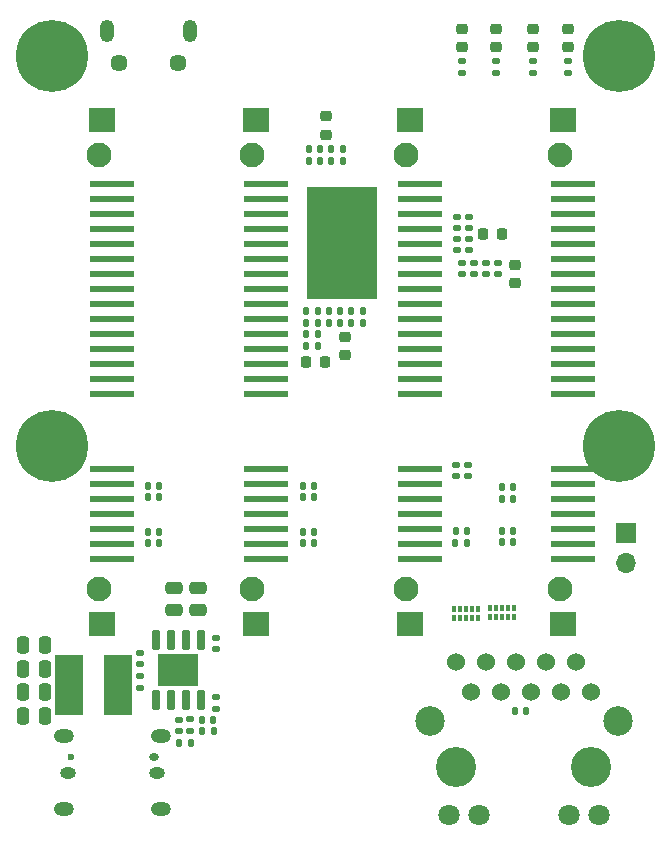
<source format=gbr>
%TF.GenerationSoftware,KiCad,Pcbnew,(5.99.0-8910-g624a231cc0)*%
%TF.CreationDate,2021-03-02T10:35:16+01:00*%
%TF.ProjectId,MainBoard,4d61696e-426f-4617-9264-2e6b69636164,rev?*%
%TF.SameCoordinates,PXa344e00PY7102aa0*%
%TF.FileFunction,Soldermask,Bot*%
%TF.FilePolarity,Negative*%
%FSLAX46Y46*%
G04 Gerber Fmt 4.6, Leading zero omitted, Abs format (unit mm)*
G04 Created by KiCad (PCBNEW (5.99.0-8910-g624a231cc0)) date 2021-03-02 10:35:16*
%MOMM*%
%LPD*%
G01*
G04 APERTURE LIST*
G04 Aperture macros list*
%AMRoundRect*
0 Rectangle with rounded corners*
0 $1 Rounding radius*
0 $2 $3 $4 $5 $6 $7 $8 $9 X,Y pos of 4 corners*
0 Add a 4 corners polygon primitive as box body*
4,1,4,$2,$3,$4,$5,$6,$7,$8,$9,$2,$3,0*
0 Add four circle primitives for the rounded corners*
1,1,$1+$1,$2,$3*
1,1,$1+$1,$4,$5*
1,1,$1+$1,$6,$7*
1,1,$1+$1,$8,$9*
0 Add four rect primitives between the rounded corners*
20,1,$1+$1,$2,$3,$4,$5,0*
20,1,$1+$1,$4,$5,$6,$7,0*
20,1,$1+$1,$6,$7,$8,$9,0*
20,1,$1+$1,$8,$9,$2,$3,0*%
%AMOutline4P*
0 Free polygon, 4 corners , with rotation*
0 The origin of the aperture is its center*
0 number of corners: always 4*
0 $1 to $8 corner X, Y*
0 $9 Rotation angle, in degrees counterclockwise*
0 create outline with 4 corners*
4,1,4,$1,$2,$3,$4,$5,$6,$7,$8,$1,$2,$9*%
G04 Aperture macros list end*
%ADD10R,1.700000X1.700000*%
%ADD11O,1.700000X1.700000*%
%ADD12O,1.200000X1.900000*%
%ADD13C,1.450000*%
%ADD14C,3.400000*%
%ADD15C,1.524000*%
%ADD16C,1.800000*%
%ADD17C,2.500000*%
%ADD18C,6.100000*%
%ADD19C,0.600000*%
%ADD20O,0.850000X0.600000*%
%ADD21O,1.700000X1.200000*%
%ADD22O,1.350000X0.950000*%
%ADD23R,6.000000X9.500000*%
%ADD24RoundRect,0.135000X-0.185000X0.135000X-0.185000X-0.135000X0.185000X-0.135000X0.185000X0.135000X0*%
%ADD25RoundRect,0.218750X0.256250X-0.218750X0.256250X0.218750X-0.256250X0.218750X-0.256250X-0.218750X0*%
%ADD26RoundRect,0.218750X0.218750X0.256250X-0.218750X0.256250X-0.218750X-0.256250X0.218750X-0.256250X0*%
%ADD27R,0.300000X0.550000*%
%ADD28R,0.400000X0.550000*%
%ADD29RoundRect,0.140000X0.140000X0.170000X-0.140000X0.170000X-0.140000X-0.170000X0.140000X-0.170000X0*%
%ADD30C,2.100000*%
%ADD31R,3.800000X0.600000*%
%ADD32Outline4P,-1.050000X-1.100000X1.050000X-1.100000X1.050000X1.100000X-1.050000X1.100000X90.000000*%
%ADD33RoundRect,0.250000X-0.475000X0.250000X-0.475000X-0.250000X0.475000X-0.250000X0.475000X0.250000X0*%
%ADD34RoundRect,0.250000X-0.250000X-0.475000X0.250000X-0.475000X0.250000X0.475000X-0.250000X0.475000X0*%
%ADD35RoundRect,0.140000X-0.140000X-0.170000X0.140000X-0.170000X0.140000X0.170000X-0.140000X0.170000X0*%
%ADD36RoundRect,0.135000X0.185000X-0.135000X0.185000X0.135000X-0.185000X0.135000X-0.185000X-0.135000X0*%
%ADD37RoundRect,0.135000X0.135000X0.185000X-0.135000X0.185000X-0.135000X-0.185000X0.135000X-0.185000X0*%
%ADD38RoundRect,0.140000X0.170000X-0.140000X0.170000X0.140000X-0.170000X0.140000X-0.170000X-0.140000X0*%
%ADD39RoundRect,0.218750X-0.256250X0.218750X-0.256250X-0.218750X0.256250X-0.218750X0.256250X0.218750X0*%
%ADD40RoundRect,0.140000X-0.170000X0.140000X-0.170000X-0.140000X0.170000X-0.140000X0.170000X0.140000X0*%
%ADD41R,2.350000X5.100000*%
%ADD42R,3.400000X2.710000*%
%ADD43RoundRect,0.150000X-0.150000X0.737500X-0.150000X-0.737500X0.150000X-0.737500X0.150000X0.737500X0*%
G04 APERTURE END LIST*
D10*
%TO.C,J6*%
X52170000Y26075000D03*
D11*
X52170000Y23535000D03*
%TD*%
D12*
%TO.C,J7*%
X15270000Y68547500D03*
D13*
X9270000Y65847500D03*
D12*
X8270000Y68547500D03*
D13*
X14270000Y65847500D03*
%TD*%
D14*
%TO.C,U3*%
X49250000Y6300000D03*
X37820000Y6300000D03*
D15*
X37820000Y15190000D03*
X39090000Y12650000D03*
X40360000Y15190000D03*
X41630000Y12650000D03*
X42900000Y15190000D03*
X44170000Y12650000D03*
X45440000Y15190000D03*
X46710000Y12650000D03*
X47980000Y15190000D03*
X49250000Y12650000D03*
D16*
X37210000Y2190000D03*
X39750000Y2190000D03*
X47320000Y2190000D03*
X49860000Y2190000D03*
D17*
X35610000Y10190000D03*
X51460000Y10190000D03*
%TD*%
D18*
%TO.C,Module1*%
X51580000Y33490000D03*
X51580000Y66490000D03*
X3580000Y33490000D03*
X3580000Y66490000D03*
%TD*%
D19*
%TO.C,J1*%
X5200000Y7150000D03*
D20*
X12200000Y7150000D03*
D21*
X12800000Y8870000D03*
X4600000Y2730000D03*
D22*
X4925000Y5800000D03*
D21*
X4600000Y8870000D03*
X12800000Y2730000D03*
D22*
X12475000Y5800000D03*
%TD*%
D23*
%TO.C,U4*%
X28150000Y50660000D03*
%TD*%
D24*
%TO.C,R8*%
X38300000Y66010000D03*
X38300000Y64990000D03*
%TD*%
D25*
%TO.C,FB3*%
X42800000Y47212500D03*
X42800000Y48787500D03*
%TD*%
D26*
%TO.C,FB2*%
X41687500Y51400000D03*
X40112500Y51400000D03*
%TD*%
D27*
%TO.C,U1*%
X42670000Y18955000D03*
X42170000Y18955000D03*
D28*
X41670000Y18955000D03*
D27*
X41170000Y18955000D03*
X40670000Y18955000D03*
X40670000Y19725000D03*
X41170000Y19725000D03*
D28*
X41670000Y19725000D03*
D27*
X42170000Y19725000D03*
X42670000Y19725000D03*
%TD*%
D29*
%TO.C,C41*%
X26280000Y57600000D03*
X25320000Y57600000D03*
%TD*%
D30*
%TO.C,J2*%
X46550000Y58130000D03*
X46550000Y21330000D03*
D31*
X47700000Y23855000D03*
X47700000Y25125000D03*
X47700000Y26395000D03*
X47700000Y27665000D03*
X47700000Y28935000D03*
X47700000Y30205000D03*
X47700000Y31475000D03*
X47700000Y37825000D03*
X47700000Y39095000D03*
X47700000Y40365000D03*
X47700000Y41635000D03*
X47700000Y42905000D03*
X47700000Y44175000D03*
X47700000Y45445000D03*
X47700000Y46715000D03*
X47700000Y47985000D03*
X47700000Y49255000D03*
X47700000Y50525000D03*
X47700000Y51795000D03*
X47700000Y53065000D03*
X47700000Y54335000D03*
X47700000Y55605000D03*
D32*
X46850000Y61080000D03*
X46850000Y18380000D03*
%TD*%
D29*
%TO.C,C1*%
X43700000Y11000000D03*
X42740000Y11000000D03*
%TD*%
D24*
%TO.C,R6*%
X44300000Y66010000D03*
X44300000Y64990000D03*
%TD*%
D33*
%TO.C,C75*%
X13870000Y21450000D03*
X13870000Y19550000D03*
%TD*%
D34*
%TO.C,C76*%
X1120000Y12600000D03*
X3020000Y12600000D03*
%TD*%
D29*
%TO.C,C18*%
X42650000Y30020000D03*
X41690000Y30020000D03*
%TD*%
D35*
%TO.C,C17*%
X11690000Y29100000D03*
X12650000Y29100000D03*
%TD*%
%TO.C,C10*%
X11690000Y26200000D03*
X12650000Y26200000D03*
%TD*%
D36*
%TO.C,R21*%
X15300000Y9290000D03*
X15300000Y10310000D03*
%TD*%
D29*
%TO.C,C56*%
X27980000Y44900000D03*
X27020000Y44900000D03*
%TD*%
D35*
%TO.C,C16*%
X24790000Y29100000D03*
X25750000Y29100000D03*
%TD*%
D29*
%TO.C,C80*%
X17250000Y10280000D03*
X16290000Y10280000D03*
%TD*%
D35*
%TO.C,C20*%
X24790000Y30080000D03*
X25750000Y30080000D03*
%TD*%
D25*
%TO.C,FB6*%
X28400000Y41112500D03*
X28400000Y42687500D03*
%TD*%
D35*
%TO.C,C8*%
X37748000Y26234000D03*
X38708000Y26234000D03*
%TD*%
D25*
%TO.C,D1*%
X47300000Y67212500D03*
X47300000Y68787500D03*
%TD*%
%TO.C,D2*%
X44300000Y67212500D03*
X44300000Y68787500D03*
%TD*%
D35*
%TO.C,C21*%
X11690000Y30080000D03*
X12650000Y30080000D03*
%TD*%
%TO.C,C5*%
X24790000Y25200000D03*
X25750000Y25200000D03*
%TD*%
%TO.C,C77*%
X14352000Y8326000D03*
X15312000Y8326000D03*
%TD*%
D37*
%TO.C,R22*%
X17280000Y9280000D03*
X16260000Y9280000D03*
%TD*%
D35*
%TO.C,C48*%
X25120000Y42900000D03*
X26080000Y42900000D03*
%TD*%
D24*
%TO.C,R5*%
X47300000Y66010000D03*
X47300000Y64990000D03*
%TD*%
D38*
%TO.C,C74*%
X14300000Y9320000D03*
X14300000Y10280000D03*
%TD*%
D26*
%TO.C,FB7*%
X26687500Y40600000D03*
X25112500Y40600000D03*
%TD*%
D24*
%TO.C,R23*%
X17440000Y12220000D03*
X17440000Y11200000D03*
%TD*%
D35*
%TO.C,C4*%
X37728000Y25218000D03*
X38688000Y25218000D03*
%TD*%
D39*
%TO.C,FB5*%
X26800000Y61387500D03*
X26800000Y59812500D03*
%TD*%
D40*
%TO.C,C66*%
X11000000Y15960000D03*
X11000000Y15000000D03*
%TD*%
D24*
%TO.C,R20*%
X11000000Y13990000D03*
X11000000Y12970000D03*
%TD*%
D35*
%TO.C,C59*%
X25120000Y41900000D03*
X26080000Y41900000D03*
%TD*%
D41*
%TO.C,L1*%
X9175000Y13200000D03*
X5025000Y13200000D03*
%TD*%
D35*
%TO.C,C6*%
X11690000Y25200000D03*
X12650000Y25200000D03*
%TD*%
D40*
%TO.C,C34*%
X40300000Y48980000D03*
X40300000Y48020000D03*
%TD*%
%TO.C,C39*%
X41300000Y48980000D03*
X41300000Y48020000D03*
%TD*%
%TO.C,C38*%
X38900000Y50980000D03*
X38900000Y50020000D03*
%TD*%
D25*
%TO.C,D3*%
X41170000Y67212500D03*
X41170000Y68787500D03*
%TD*%
D34*
%TO.C,C71*%
X1120000Y14600000D03*
X3020000Y14600000D03*
%TD*%
D25*
%TO.C,D4*%
X38300000Y67212500D03*
X38300000Y68787500D03*
%TD*%
D35*
%TO.C,C9*%
X24790000Y26180000D03*
X25750000Y26180000D03*
%TD*%
%TO.C,C57*%
X25120000Y43900000D03*
X26080000Y43900000D03*
%TD*%
D29*
%TO.C,C14*%
X42650000Y29000000D03*
X41690000Y29000000D03*
%TD*%
D30*
%TO.C,J3*%
X33550000Y21320000D03*
X33550000Y58120000D03*
D31*
X34700000Y23845000D03*
X34700000Y25115000D03*
X34700000Y26385000D03*
X34700000Y27655000D03*
X34700000Y28925000D03*
X34700000Y30195000D03*
X34700000Y31465000D03*
X34700000Y37815000D03*
X34700000Y39085000D03*
X34700000Y40355000D03*
X34700000Y41625000D03*
X34700000Y42895000D03*
X34700000Y44165000D03*
X34700000Y45435000D03*
X34700000Y46705000D03*
X34700000Y47975000D03*
X34700000Y49245000D03*
X34700000Y50515000D03*
X34700000Y51785000D03*
X34700000Y53055000D03*
X34700000Y54325000D03*
X34700000Y55595000D03*
D32*
X33850000Y18370000D03*
X33850000Y61070000D03*
%TD*%
D27*
%TO.C,U2*%
X39620000Y18915000D03*
X39120000Y18915000D03*
D28*
X38620000Y18915000D03*
D27*
X38120000Y18915000D03*
X37620000Y18915000D03*
X37620000Y19685000D03*
X38120000Y19685000D03*
D28*
X38620000Y19685000D03*
D27*
X39120000Y19685000D03*
X39620000Y19685000D03*
%TD*%
D35*
%TO.C,C47*%
X28920000Y44900000D03*
X29880000Y44900000D03*
%TD*%
D38*
%TO.C,C19*%
X37770000Y30920000D03*
X37770000Y31880000D03*
%TD*%
D35*
%TO.C,C31*%
X27220000Y58600000D03*
X28180000Y58600000D03*
%TD*%
D40*
%TO.C,C29*%
X38300000Y48980000D03*
X38300000Y48020000D03*
%TD*%
D29*
%TO.C,C7*%
X42650000Y26280000D03*
X41690000Y26280000D03*
%TD*%
%TO.C,C58*%
X27980000Y43900000D03*
X27020000Y43900000D03*
%TD*%
D42*
%TO.C,U7*%
X14250000Y14480000D03*
D43*
X12345000Y17042500D03*
X13615000Y17042500D03*
X14885000Y17042500D03*
X16155000Y17042500D03*
X16155000Y11917500D03*
X14885000Y11917500D03*
X13615000Y11917500D03*
X12345000Y11917500D03*
%TD*%
D38*
%TO.C,C28*%
X37900000Y51920000D03*
X37900000Y52880000D03*
%TD*%
D33*
%TO.C,C70*%
X15900000Y21450000D03*
X15900000Y19550000D03*
%TD*%
D34*
%TO.C,C68*%
X1120000Y16600000D03*
X3020000Y16600000D03*
%TD*%
D30*
%TO.C,J4*%
X20550000Y58130000D03*
X20550000Y21330000D03*
D31*
X21700000Y23855000D03*
X21700000Y25125000D03*
X21700000Y26395000D03*
X21700000Y27665000D03*
X21700000Y28935000D03*
X21700000Y30205000D03*
X21700000Y31475000D03*
X21700000Y37825000D03*
X21700000Y39095000D03*
X21700000Y40365000D03*
X21700000Y41635000D03*
X21700000Y42905000D03*
X21700000Y44175000D03*
X21700000Y45445000D03*
X21700000Y46715000D03*
X21700000Y47985000D03*
X21700000Y49255000D03*
X21700000Y50525000D03*
X21700000Y51795000D03*
X21700000Y53065000D03*
X21700000Y54335000D03*
X21700000Y55605000D03*
D32*
X20850000Y61080000D03*
X20850000Y18380000D03*
%TD*%
D38*
%TO.C,C15*%
X38770000Y30920000D03*
X38770000Y31880000D03*
%TD*%
D35*
%TO.C,C26*%
X27220000Y57600000D03*
X28180000Y57600000D03*
%TD*%
%TO.C,C52*%
X28920000Y43900000D03*
X29880000Y43900000D03*
%TD*%
D29*
%TO.C,C3*%
X42650000Y25300000D03*
X41690000Y25300000D03*
%TD*%
D35*
%TO.C,C53*%
X25120000Y44900000D03*
X26080000Y44900000D03*
%TD*%
D24*
%TO.C,R7*%
X41170000Y66010000D03*
X41170000Y64990000D03*
%TD*%
D38*
%TO.C,C69*%
X17500000Y16250000D03*
X17500000Y17210000D03*
%TD*%
D29*
%TO.C,C36*%
X26280000Y58600000D03*
X25320000Y58600000D03*
%TD*%
D40*
%TO.C,C33*%
X37900000Y50980000D03*
X37900000Y50020000D03*
%TD*%
D34*
%TO.C,C73*%
X1120000Y10600000D03*
X3020000Y10600000D03*
%TD*%
D30*
%TO.C,J5*%
X7540000Y21330000D03*
X7540000Y58130000D03*
D31*
X8690000Y23855000D03*
X8690000Y25125000D03*
X8690000Y26395000D03*
X8690000Y27665000D03*
X8690000Y28935000D03*
X8690000Y30205000D03*
X8690000Y31475000D03*
X8690000Y37825000D03*
X8690000Y39095000D03*
X8690000Y40365000D03*
X8690000Y41635000D03*
X8690000Y42905000D03*
X8690000Y44175000D03*
X8690000Y45445000D03*
X8690000Y46715000D03*
X8690000Y47985000D03*
X8690000Y49255000D03*
X8690000Y50525000D03*
X8690000Y51795000D03*
X8690000Y53065000D03*
X8690000Y54335000D03*
X8690000Y55605000D03*
D32*
X7840000Y18380000D03*
X7840000Y61080000D03*
%TD*%
D40*
%TO.C,C24*%
X39300000Y48980000D03*
X39300000Y48020000D03*
%TD*%
D38*
%TO.C,C23*%
X38900000Y51920000D03*
X38900000Y52880000D03*
%TD*%
M02*

</source>
